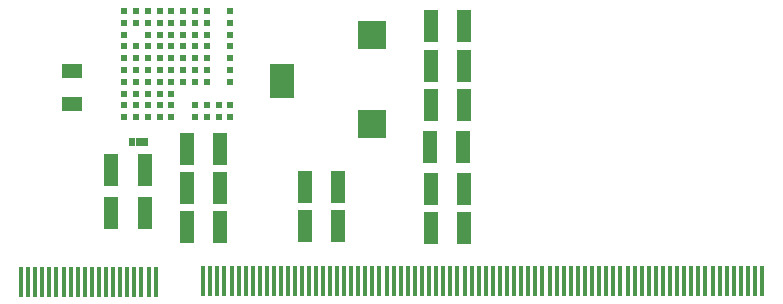
<source format=gbr>
%TF.GenerationSoftware,Altium Limited,CircuitMaker,2.0.2 (2.0.2.40)*%
G04 Layer_Color=25308*
%FSLAX24Y24*%
%MOIN*%
%TF.SameCoordinates,FDAE7A5D-6217-40FD-BC7F-11D62B7A5D98*%
%TF.FilePolarity,Positive*%
%TF.FileFunction,Pads,Top*%
%TF.Part,Single*%
G01*
G75*
%TA.AperFunction,SMDPad,CuDef*%
%ADD10R,0.0413X0.0276*%
%ADD11R,0.0205X0.0276*%
%ADD12R,0.0945X0.0945*%
%ADD13R,0.0787X0.1142*%
%TA.AperFunction,BGAPad,SMDef*%
%ADD14R,0.0236X0.0236*%
%ADD15R,0.0236X0.0236*%
%TA.AperFunction,SMDPad,CuDef*%
%ADD16R,0.0512X0.1063*%
%TA.AperFunction,ConnectorPad*%
%ADD17R,0.0157X0.0984*%
%TA.AperFunction,SMDPad,CuDef*%
%ADD18R,0.0472X0.1063*%
%ADD19R,0.0709X0.0512*%
D10*
X20295Y15325D02*
D03*
D11*
X19935D02*
D03*
D12*
X27943Y18898D02*
D03*
Y15906D02*
D03*
D13*
X24951Y17362D02*
D03*
D14*
X19685Y19685D02*
D03*
D15*
X20079D02*
D03*
X20472D02*
D03*
X20866D02*
D03*
X21260D02*
D03*
X21654D02*
D03*
X22047D02*
D03*
X22441D02*
D03*
X23228D02*
D03*
X19685Y19291D02*
D03*
X20079D02*
D03*
X20472D02*
D03*
X20866D02*
D03*
X21260D02*
D03*
X21654D02*
D03*
X22047D02*
D03*
X22441D02*
D03*
X23228D02*
D03*
X19685Y18898D02*
D03*
X20472D02*
D03*
X20866D02*
D03*
X21260D02*
D03*
X21654D02*
D03*
X22047D02*
D03*
X22441D02*
D03*
X23228D02*
D03*
X19685Y18504D02*
D03*
X20079D02*
D03*
X20472D02*
D03*
X20866D02*
D03*
X21260D02*
D03*
X21654D02*
D03*
X22047D02*
D03*
X22441D02*
D03*
X23228D02*
D03*
X19685Y18110D02*
D03*
X20079D02*
D03*
X20472D02*
D03*
X20866D02*
D03*
X21260D02*
D03*
X21654D02*
D03*
X22047D02*
D03*
X22441D02*
D03*
X23228D02*
D03*
X19685Y17717D02*
D03*
X20079D02*
D03*
X20472D02*
D03*
X20866D02*
D03*
X21260D02*
D03*
X21654D02*
D03*
X22047D02*
D03*
X22441D02*
D03*
X23228D02*
D03*
X19685Y17323D02*
D03*
X20079D02*
D03*
X20472D02*
D03*
X20866D02*
D03*
X21260D02*
D03*
X21654D02*
D03*
X22047D02*
D03*
X22441D02*
D03*
X23228D02*
D03*
X19685Y16929D02*
D03*
X20079D02*
D03*
X20472D02*
D03*
X20866D02*
D03*
X21260D02*
D03*
X19685Y16535D02*
D03*
X20079D02*
D03*
X20472D02*
D03*
X20866D02*
D03*
X21260D02*
D03*
X22047D02*
D03*
X22441D02*
D03*
X22835D02*
D03*
X23228D02*
D03*
X19685Y16142D02*
D03*
X20079D02*
D03*
X20472D02*
D03*
X20866D02*
D03*
X21260D02*
D03*
X22047D02*
D03*
X22441D02*
D03*
X22835D02*
D03*
X23228D02*
D03*
D16*
X31022Y16535D02*
D03*
X29920D02*
D03*
X31004Y17854D02*
D03*
X29902D02*
D03*
X30992Y15148D02*
D03*
X29890D02*
D03*
X31014Y13760D02*
D03*
X29911D02*
D03*
X31004Y19193D02*
D03*
X29902D02*
D03*
X31014Y12451D02*
D03*
X29911D02*
D03*
X22884Y12500D02*
D03*
X21781D02*
D03*
X26821Y12520D02*
D03*
X25719D02*
D03*
X22874Y15069D02*
D03*
X21772D02*
D03*
X25709Y13829D02*
D03*
X26811D02*
D03*
X22884Y13799D02*
D03*
X21781D02*
D03*
D17*
X25626Y10681D02*
D03*
X25390D02*
D03*
X25154D02*
D03*
X24918D02*
D03*
X24681D02*
D03*
X24445D02*
D03*
X24209D02*
D03*
X23973D02*
D03*
X23737D02*
D03*
X23500D02*
D03*
X23264D02*
D03*
X23028D02*
D03*
X22792D02*
D03*
X22556D02*
D03*
X22319D02*
D03*
X40951D02*
D03*
X40715D02*
D03*
X40479D02*
D03*
X40243D02*
D03*
X40006D02*
D03*
X39770D02*
D03*
X39534D02*
D03*
X39298D02*
D03*
X39061D02*
D03*
X38825D02*
D03*
X38589D02*
D03*
X38353D02*
D03*
X38117D02*
D03*
X37880D02*
D03*
X37644D02*
D03*
X37408D02*
D03*
X37172D02*
D03*
X36935D02*
D03*
X36699D02*
D03*
X36463D02*
D03*
X35282D02*
D03*
X35518D02*
D03*
X35754D02*
D03*
X35991D02*
D03*
X36227D02*
D03*
X34101D02*
D03*
X34337D02*
D03*
X34573D02*
D03*
X34809D02*
D03*
X35046D02*
D03*
X33865D02*
D03*
X33628D02*
D03*
X33392D02*
D03*
X33156D02*
D03*
X32920D02*
D03*
X32683D02*
D03*
X32447D02*
D03*
X32211D02*
D03*
X31975D02*
D03*
X31739D02*
D03*
X31502D02*
D03*
X31266D02*
D03*
X31030D02*
D03*
X30794D02*
D03*
X30557D02*
D03*
X30321D02*
D03*
X30085D02*
D03*
X29849D02*
D03*
X29613D02*
D03*
X29376D02*
D03*
X29140D02*
D03*
X28904D02*
D03*
X26306D02*
D03*
X26542D02*
D03*
X26778D02*
D03*
X27014D02*
D03*
X27250D02*
D03*
X27487D02*
D03*
X27723D02*
D03*
X27959D02*
D03*
X28195D02*
D03*
X28431D02*
D03*
X28668D02*
D03*
X26069D02*
D03*
X25833D02*
D03*
X16246Y10651D02*
D03*
X16483D02*
D03*
X16719D02*
D03*
X16955D02*
D03*
X17191D02*
D03*
X18372D02*
D03*
X18136D02*
D03*
X17900D02*
D03*
X17664D02*
D03*
X17428D02*
D03*
X19554D02*
D03*
X19317D02*
D03*
X19081D02*
D03*
X18845D02*
D03*
X18609D02*
D03*
X19790D02*
D03*
X20026D02*
D03*
X20262D02*
D03*
X20498D02*
D03*
X20735D02*
D03*
D18*
X20394Y14380D02*
D03*
X19252D02*
D03*
X19232Y12963D02*
D03*
X20374D02*
D03*
D19*
X17933Y17687D02*
D03*
Y16585D02*
D03*
%TF.MD5,94c7e3cfdce4e42dc68d7f4d302130f6*%
M02*

</source>
